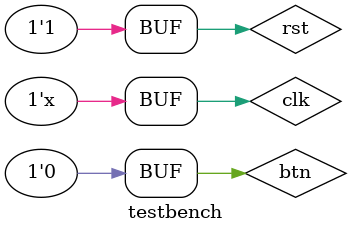
<source format=v>
`timescale 1ns / 1ps

module testbench();

reg clk, rst;
reg btn;
//reg [3:0] state_bin;
//wire [7:0] state_bcd;
wire [7:0] seg_data;
wire [7:0] seg_sel;
//reg [3:0] bcd;

seg_array tb(clk, rst, btn, seg_data, seg_sel);

initial begin
    clk <= 0;
    rst <= 1;
    btn <= 0;
    #10 rst <= 0;
    #10 rst <= 1;
    #35 btn <= 1;
    #35 btn <= 0;
    #35 btn <= 1;
    #35 btn <= 0;
    #35 btn <= 1;
    #35 btn <= 0;
    #35 btn <= 1;
    #35 btn <= 0;
    #35 btn <= 1;
    #35 btn <= 0;
    #35 btn <= 1;
    #35 btn <= 0;
    #35 btn <= 1;
    #35 btn <= 0;
    #35 btn <= 1;
    #35 btn <= 0;
    #35 btn <= 1;
    #35 btn <= 0;
    #35 btn <= 1;
    #35 btn <= 0;
    #35 btn <= 1;
    #35 btn <= 0;
    #35 btn <= 1;
    #35 btn <= 0;
    #35 btn <= 1;
    #35 btn <= 0;
    #35 btn <= 1;
    #35 btn <= 0;
    #35 btn <= 1;
    #35 btn <= 0;
    #35 btn <= 1;
    #35 btn <= 0;
    #35 btn <= 1;
    #35 btn <= 0;
    end

always begin 
    #5 clk <= ~clk;
end

endmodule

</source>
